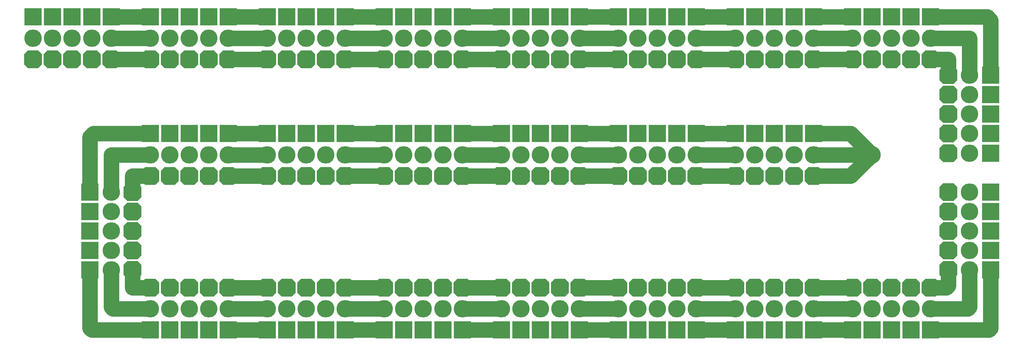
<source format=gbr>
%TF.GenerationSoftware,KiCad,Pcbnew,8.0.5*%
%TF.CreationDate,2024-12-08T15:38:18-05:00*%
%TF.ProjectId,Cribbage,43726962-6261-4676-952e-6b696361645f,rev?*%
%TF.SameCoordinates,Original*%
%TF.FileFunction,Copper,L1,Top*%
%TF.FilePolarity,Positive*%
%FSLAX46Y46*%
G04 Gerber Fmt 4.6, Leading zero omitted, Abs format (unit mm)*
G04 Created by KiCad (PCBNEW 8.0.5) date 2024-12-08 15:38:18*
%MOMM*%
%LPD*%
G01*
G04 APERTURE LIST*
G04 Aperture macros list*
%AMOutline5P*
0 Free polygon, 5 corners , with rotation*
0 The origin of the aperture is its center*
0 number of corners: always 5*
0 $1 to $10 corner X, Y*
0 $11 Rotation angle, in degrees counterclockwise*
0 create outline with 5 corners*
4,1,5,$1,$2,$3,$4,$5,$6,$7,$8,$9,$10,$1,$2,$11*%
%AMOutline6P*
0 Free polygon, 6 corners , with rotation*
0 The origin of the aperture is its center*
0 number of corners: always 6*
0 $1 to $12 corner X, Y*
0 $13 Rotation angle, in degrees counterclockwise*
0 create outline with 6 corners*
4,1,6,$1,$2,$3,$4,$5,$6,$7,$8,$9,$10,$11,$12,$1,$2,$13*%
%AMOutline7P*
0 Free polygon, 7 corners , with rotation*
0 The origin of the aperture is its center*
0 number of corners: always 7*
0 $1 to $14 corner X, Y*
0 $15 Rotation angle, in degrees counterclockwise*
0 create outline with 7 corners*
4,1,7,$1,$2,$3,$4,$5,$6,$7,$8,$9,$10,$11,$12,$13,$14,$1,$2,$15*%
%AMOutline8P*
0 Free polygon, 8 corners , with rotation*
0 The origin of the aperture is its center*
0 number of corners: always 8*
0 $1 to $16 corner X, Y*
0 $17 Rotation angle, in degrees counterclockwise*
0 create outline with 8 corners*
4,1,8,$1,$2,$3,$4,$5,$6,$7,$8,$9,$10,$11,$12,$13,$14,$15,$16,$1,$2,$17*%
G04 Aperture macros list end*
%TA.AperFunction,ComponentPad*%
%ADD10O,4.500000X4.500000*%
%TD*%
%TA.AperFunction,ComponentPad*%
%ADD11R,4.500000X4.500000*%
%TD*%
%TA.AperFunction,ComponentPad*%
%ADD12Outline8P,-2.250000X1.350000X-1.350000X2.250000X1.350000X2.250000X2.250000X1.350000X2.250000X-1.350000X1.350000X-2.250000X-1.350000X-2.250000X-2.250000X-1.350000X270.000000*%
%TD*%
%TA.AperFunction,ComponentPad*%
%ADD13Outline8P,-2.250000X1.350000X-1.350000X2.250000X1.350000X2.250000X2.250000X1.350000X2.250000X-1.350000X1.350000X-2.250000X-1.350000X-2.250000X-2.250000X-1.350000X90.000000*%
%TD*%
%TA.AperFunction,ComponentPad*%
%ADD14Outline8P,-2.250000X1.350000X-1.350000X2.250000X1.350000X2.250000X2.250000X1.350000X2.250000X-1.350000X1.350000X-2.250000X-1.350000X-2.250000X-2.250000X-1.350000X0.000000*%
%TD*%
%TA.AperFunction,ComponentPad*%
%ADD15Outline8P,-2.250000X1.350000X-1.350000X2.250000X1.350000X2.250000X2.250000X1.350000X2.250000X-1.350000X1.350000X-2.250000X-1.350000X-2.250000X-2.250000X-1.350000X180.000000*%
%TD*%
%TA.AperFunction,Conductor*%
%ADD16C,4.000000*%
%TD*%
G04 APERTURE END LIST*
D10*
%TO.P,,*%
%TO.N,*%
X240000000Y-60000000D03*
%TD*%
D11*
%TO.P,Q1,*%
%TO.N,*%
X215000000Y-54550000D03*
D10*
X215000000Y-60000000D03*
D12*
X215000000Y-65450000D03*
%TD*%
D11*
%TO.P,Q1,*%
%TO.N,*%
X210000000Y-54550000D03*
D10*
X210000000Y-60000000D03*
D12*
X210000000Y-65450000D03*
%TD*%
D11*
%TO.P,Q1,*%
%TO.N,*%
X225000000Y-54550000D03*
D10*
X225000000Y-60000000D03*
D12*
X225000000Y-65450000D03*
%TD*%
D11*
%TO.P,Q1,*%
%TO.N,*%
X205000000Y-54550000D03*
D10*
X205000000Y-60000000D03*
D12*
X205000000Y-65450000D03*
%TD*%
D11*
%TO.P,Q1,*%
%TO.N,*%
X220000000Y-54550000D03*
D10*
X220000000Y-60000000D03*
D12*
X220000000Y-65450000D03*
%TD*%
D11*
%TO.P,Q1,*%
%TO.N,*%
X185000000Y-54550000D03*
D10*
X185000000Y-60000000D03*
D12*
X185000000Y-65450000D03*
%TD*%
D11*
%TO.P,Q1,*%
%TO.N,*%
X180000000Y-54550000D03*
D10*
X180000000Y-60000000D03*
D12*
X180000000Y-65450000D03*
%TD*%
D11*
%TO.P,Q1,*%
%TO.N,*%
X195000000Y-54550000D03*
D10*
X195000000Y-60000000D03*
D12*
X195000000Y-65450000D03*
%TD*%
D11*
%TO.P,Q1,*%
%TO.N,*%
X175000000Y-54550000D03*
D10*
X175000000Y-60000000D03*
D12*
X175000000Y-65450000D03*
%TD*%
D11*
%TO.P,Q1,*%
%TO.N,*%
X190000000Y-54550000D03*
D10*
X190000000Y-60000000D03*
D12*
X190000000Y-65450000D03*
%TD*%
D11*
%TO.P,Q1,*%
%TO.N,*%
X250000000Y-105000000D03*
D10*
X250000000Y-99550000D03*
D13*
X250000000Y-94100000D03*
%TD*%
D11*
%TO.P,Q1,*%
%TO.N,*%
X235000000Y-105000000D03*
D10*
X235000000Y-99550000D03*
D13*
X235000000Y-94100000D03*
%TD*%
D11*
%TO.P,Q1,*%
%TO.N,*%
X245000000Y-105000000D03*
D10*
X245000000Y-99550000D03*
D13*
X245000000Y-94100000D03*
%TD*%
D11*
%TO.P,Q1,*%
%TO.N,*%
X255000000Y-105000000D03*
D10*
X255000000Y-99550000D03*
D13*
X255000000Y-94100000D03*
%TD*%
D11*
%TO.P,Q1,*%
%TO.N,*%
X240000000Y-105000000D03*
D10*
X240000000Y-99550000D03*
D13*
X240000000Y-94100000D03*
%TD*%
D11*
%TO.P,Q1,*%
%TO.N,*%
X220000000Y-105000000D03*
D10*
X220000000Y-99550000D03*
D13*
X220000000Y-94100000D03*
%TD*%
D11*
%TO.P,Q1,*%
%TO.N,*%
X205000000Y-105000000D03*
D10*
X205000000Y-99550000D03*
D13*
X205000000Y-94100000D03*
%TD*%
D11*
%TO.P,Q1,*%
%TO.N,*%
X215000000Y-105000000D03*
D10*
X215000000Y-99550000D03*
D13*
X215000000Y-94100000D03*
%TD*%
D11*
%TO.P,Q1,*%
%TO.N,*%
X225000000Y-105000000D03*
D10*
X225000000Y-99550000D03*
D13*
X225000000Y-94100000D03*
%TD*%
D11*
%TO.P,Q1,*%
%TO.N,*%
X210000000Y-105000000D03*
D10*
X210000000Y-99550000D03*
D13*
X210000000Y-94100000D03*
%TD*%
D11*
%TO.P,Q1,*%
%TO.N,*%
X255000000Y-24550000D03*
D10*
X255000000Y-30000000D03*
D12*
X255000000Y-35450000D03*
%TD*%
D11*
%TO.P,Q1,*%
%TO.N,*%
X245000000Y-24550000D03*
D10*
X245000000Y-30000000D03*
D12*
X245000000Y-35450000D03*
%TD*%
D11*
%TO.P,Q1,*%
%TO.N,*%
X235000000Y-24550000D03*
D10*
X235000000Y-30000000D03*
D12*
X235000000Y-35450000D03*
%TD*%
D11*
%TO.P,Q1,*%
%TO.N,*%
X240000000Y-24550000D03*
D10*
X240000000Y-30000000D03*
D12*
X240000000Y-35450000D03*
%TD*%
D11*
%TO.P,Q1,*%
%TO.N,*%
X250000000Y-24550000D03*
D10*
X250000000Y-30000000D03*
D12*
X250000000Y-35450000D03*
%TD*%
D11*
%TO.P,Q1,*%
%TO.N,*%
X225000000Y-24550000D03*
D10*
X225000000Y-30000000D03*
D12*
X225000000Y-35450000D03*
%TD*%
D11*
%TO.P,Q1,*%
%TO.N,*%
X210000000Y-24550000D03*
D10*
X210000000Y-30000000D03*
D12*
X210000000Y-35450000D03*
%TD*%
D11*
%TO.P,Q1,*%
%TO.N,*%
X205000000Y-24550000D03*
D10*
X205000000Y-30000000D03*
D12*
X205000000Y-35450000D03*
%TD*%
D11*
%TO.P,Q1,*%
%TO.N,*%
X220000000Y-24550000D03*
D10*
X220000000Y-30000000D03*
D12*
X220000000Y-35450000D03*
%TD*%
D11*
%TO.P,Q1,*%
%TO.N,*%
X215000000Y-24550000D03*
D10*
X215000000Y-30000000D03*
D12*
X215000000Y-35450000D03*
%TD*%
D11*
%TO.P,Q1,*%
%TO.N,*%
X160000000Y-54550000D03*
D10*
X160000000Y-60000000D03*
D12*
X160000000Y-65450000D03*
%TD*%
D11*
%TO.P,Q1,*%
%TO.N,*%
X150000000Y-54550000D03*
D10*
X150000000Y-60000000D03*
D12*
X150000000Y-65450000D03*
%TD*%
D11*
%TO.P,Q1,*%
%TO.N,*%
X145000000Y-54550000D03*
D10*
X145000000Y-60000000D03*
D12*
X145000000Y-65450000D03*
%TD*%
D11*
%TO.P,Q1,*%
%TO.N,*%
X155000000Y-54550000D03*
D10*
X155000000Y-60000000D03*
D12*
X155000000Y-65450000D03*
%TD*%
D11*
%TO.P,Q1,*%
%TO.N,*%
X165000000Y-54550000D03*
D10*
X165000000Y-60000000D03*
D12*
X165000000Y-65450000D03*
%TD*%
D11*
%TO.P,Q1,*%
%TO.N,*%
X130000000Y-54550000D03*
D10*
X130000000Y-60000000D03*
D12*
X130000000Y-65450000D03*
%TD*%
D11*
%TO.P,Q1,*%
%TO.N,*%
X120000000Y-54550000D03*
D10*
X120000000Y-60000000D03*
D12*
X120000000Y-65450000D03*
%TD*%
D11*
%TO.P,Q1,*%
%TO.N,*%
X115000000Y-54550000D03*
D10*
X115000000Y-60000000D03*
D12*
X115000000Y-65450000D03*
%TD*%
D11*
%TO.P,Q1,*%
%TO.N,*%
X125000000Y-54550000D03*
D10*
X125000000Y-60000000D03*
D12*
X125000000Y-65450000D03*
%TD*%
D11*
%TO.P,Q1,*%
%TO.N,*%
X135000000Y-54550000D03*
D10*
X135000000Y-60000000D03*
D12*
X135000000Y-65450000D03*
%TD*%
D11*
%TO.P,Q1,*%
%TO.N,*%
X85000000Y-54550000D03*
D10*
X85000000Y-60000000D03*
D12*
X85000000Y-65450000D03*
%TD*%
D11*
%TO.P,Q1,*%
%TO.N,*%
X95000000Y-54550000D03*
D10*
X95000000Y-60000000D03*
D12*
X95000000Y-65450000D03*
%TD*%
D11*
%TO.P,Q1,*%
%TO.N,*%
X100000000Y-54550000D03*
D10*
X100000000Y-60000000D03*
D12*
X100000000Y-65450000D03*
%TD*%
D11*
%TO.P,Q1,*%
%TO.N,*%
X105000000Y-54550000D03*
D10*
X105000000Y-60000000D03*
D12*
X105000000Y-65450000D03*
%TD*%
D11*
%TO.P,Q1,*%
%TO.N,*%
X90000000Y-54550000D03*
D10*
X90000000Y-60000000D03*
D12*
X90000000Y-65450000D03*
%TD*%
D11*
%TO.P,Q1,*%
%TO.N,*%
X55000000Y-54550000D03*
D10*
X55000000Y-60000000D03*
D12*
X55000000Y-65450000D03*
%TD*%
D11*
%TO.P,Q1,*%
%TO.N,*%
X65000000Y-54550000D03*
D10*
X65000000Y-60000000D03*
D12*
X65000000Y-65450000D03*
%TD*%
D11*
%TO.P,Q1,*%
%TO.N,*%
X70000000Y-54550000D03*
D10*
X70000000Y-60000000D03*
D12*
X70000000Y-65450000D03*
%TD*%
D11*
%TO.P,Q1,*%
%TO.N,*%
X75000000Y-54550000D03*
D10*
X75000000Y-60000000D03*
D12*
X75000000Y-65450000D03*
%TD*%
D11*
%TO.P,Q1,*%
%TO.N,*%
X60000000Y-54550000D03*
D10*
X60000000Y-60000000D03*
D12*
X60000000Y-65450000D03*
%TD*%
D11*
%TO.P,Q1,*%
%TO.N,*%
X39550000Y-69550000D03*
D10*
X45000000Y-69550000D03*
D14*
X50450000Y-69550000D03*
%TD*%
D11*
%TO.P,Q1,*%
%TO.N,*%
X39550000Y-89550000D03*
D10*
X45000000Y-89550000D03*
D14*
X50450000Y-89550000D03*
%TD*%
D11*
%TO.P,Q1,*%
%TO.N,*%
X39550000Y-84550000D03*
D10*
X45000000Y-84550000D03*
D14*
X50450000Y-84550000D03*
%TD*%
D11*
%TO.P,Q1,*%
%TO.N,*%
X39550000Y-74550000D03*
D10*
X45000000Y-74550000D03*
D14*
X50450000Y-74550000D03*
%TD*%
D11*
%TO.P,Q1,*%
%TO.N,*%
X39550000Y-79550000D03*
D10*
X45000000Y-79550000D03*
D14*
X50450000Y-79550000D03*
%TD*%
D11*
%TO.P,Q1,*%
%TO.N,*%
X65000000Y-105000000D03*
D10*
X65000000Y-99550000D03*
D13*
X65000000Y-94100000D03*
%TD*%
D11*
%TO.P,Q1,*%
%TO.N,*%
X70000000Y-105000000D03*
D10*
X70000000Y-99550000D03*
D13*
X70000000Y-94100000D03*
%TD*%
D11*
%TO.P,Q1,*%
%TO.N,*%
X55000000Y-105000000D03*
D10*
X55000000Y-99550000D03*
D13*
X55000000Y-94100000D03*
%TD*%
D11*
%TO.P,Q1,*%
%TO.N,*%
X75000000Y-105000000D03*
D10*
X75000000Y-99550000D03*
D13*
X75000000Y-94100000D03*
%TD*%
D11*
%TO.P,Q1,*%
%TO.N,*%
X60000000Y-105000000D03*
D10*
X60000000Y-99550000D03*
D13*
X60000000Y-94100000D03*
%TD*%
D11*
%TO.P,Q1,*%
%TO.N,*%
X95000000Y-105000000D03*
D10*
X95000000Y-99550000D03*
D13*
X95000000Y-94100000D03*
%TD*%
D11*
%TO.P,Q1,*%
%TO.N,*%
X100000000Y-105000000D03*
D10*
X100000000Y-99550000D03*
D13*
X100000000Y-94100000D03*
%TD*%
D11*
%TO.P,Q1,*%
%TO.N,*%
X85000000Y-105000000D03*
D10*
X85000000Y-99550000D03*
D13*
X85000000Y-94100000D03*
%TD*%
D11*
%TO.P,Q1,*%
%TO.N,*%
X105000000Y-105000000D03*
D10*
X105000000Y-99550000D03*
D13*
X105000000Y-94100000D03*
%TD*%
D11*
%TO.P,Q1,*%
%TO.N,*%
X90000000Y-105000000D03*
D10*
X90000000Y-99550000D03*
D13*
X90000000Y-94100000D03*
%TD*%
D11*
%TO.P,Q1,*%
%TO.N,*%
X125000000Y-105000000D03*
D10*
X125000000Y-99550000D03*
D13*
X125000000Y-94100000D03*
%TD*%
D11*
%TO.P,Q1,*%
%TO.N,*%
X130000000Y-105000000D03*
D10*
X130000000Y-99550000D03*
D13*
X130000000Y-94100000D03*
%TD*%
D11*
%TO.P,Q1,*%
%TO.N,*%
X115000000Y-105000000D03*
D10*
X115000000Y-99550000D03*
D13*
X115000000Y-94100000D03*
%TD*%
D11*
%TO.P,Q1,*%
%TO.N,*%
X135000000Y-105000000D03*
D10*
X135000000Y-99550000D03*
D13*
X135000000Y-94100000D03*
%TD*%
D11*
%TO.P,Q1,*%
%TO.N,*%
X120000000Y-105000000D03*
D10*
X120000000Y-99550000D03*
D13*
X120000000Y-94100000D03*
%TD*%
D11*
%TO.P,Q1,*%
%TO.N,*%
X155000000Y-105000000D03*
D10*
X155000000Y-99550000D03*
D13*
X155000000Y-94100000D03*
%TD*%
D11*
%TO.P,Q1,*%
%TO.N,*%
X160000000Y-105000000D03*
D10*
X160000000Y-99550000D03*
D13*
X160000000Y-94100000D03*
%TD*%
D11*
%TO.P,Q1,*%
%TO.N,*%
X145000000Y-105000000D03*
D10*
X145000000Y-99550000D03*
D13*
X145000000Y-94100000D03*
%TD*%
D11*
%TO.P,Q1,*%
%TO.N,*%
X165000000Y-105000000D03*
D10*
X165000000Y-99550000D03*
D13*
X165000000Y-94100000D03*
%TD*%
D11*
%TO.P,Q1,*%
%TO.N,*%
X150000000Y-105000000D03*
D10*
X150000000Y-99550000D03*
D13*
X150000000Y-94100000D03*
%TD*%
D11*
%TO.P,Q1,*%
%TO.N,*%
X270450000Y-84550000D03*
D10*
X265000000Y-84550000D03*
D15*
X259550000Y-84550000D03*
%TD*%
D11*
%TO.P,Q1,*%
%TO.N,*%
X270450000Y-89550000D03*
D10*
X265000000Y-89550000D03*
D15*
X259550000Y-89550000D03*
%TD*%
D11*
%TO.P,Q1,*%
%TO.N,*%
X270450000Y-79550000D03*
D10*
X265000000Y-79550000D03*
D15*
X259550000Y-79550000D03*
%TD*%
D11*
%TO.P,Q1,*%
%TO.N,*%
X270450000Y-74550000D03*
D10*
X265000000Y-74550000D03*
D15*
X259550000Y-74550000D03*
%TD*%
D11*
%TO.P,Q1,*%
%TO.N,*%
X270450000Y-69550000D03*
D10*
X265000000Y-69550000D03*
D15*
X259550000Y-69550000D03*
%TD*%
D11*
%TO.P,Q1,*%
%TO.N,*%
X270450000Y-59550000D03*
D10*
X265000000Y-59550000D03*
D15*
X259550000Y-59550000D03*
%TD*%
D11*
%TO.P,Q1,*%
%TO.N,*%
X270450000Y-39550000D03*
D10*
X265000000Y-39550000D03*
D15*
X259550000Y-39550000D03*
%TD*%
D11*
%TO.P,Q1,*%
%TO.N,*%
X270450000Y-49550000D03*
D10*
X265000000Y-49550000D03*
D15*
X259550000Y-49550000D03*
%TD*%
D11*
%TO.P,Q1,*%
%TO.N,*%
X270450000Y-44550000D03*
D10*
X265000000Y-44550000D03*
D15*
X259550000Y-44550000D03*
%TD*%
D11*
%TO.P,Q1,*%
%TO.N,*%
X270450000Y-54550000D03*
D10*
X265000000Y-54550000D03*
D15*
X259550000Y-54550000D03*
%TD*%
D11*
%TO.P,Q1,*%
%TO.N,*%
X185000000Y-24550000D03*
D10*
X185000000Y-30000000D03*
D12*
X185000000Y-35450000D03*
%TD*%
D11*
%TO.P,Q1,*%
%TO.N,*%
X195000000Y-24550000D03*
D10*
X195000000Y-30000000D03*
D12*
X195000000Y-35450000D03*
%TD*%
D11*
%TO.P,Q1,*%
%TO.N,*%
X190000000Y-24550000D03*
D10*
X190000000Y-30000000D03*
D12*
X190000000Y-35450000D03*
%TD*%
D11*
%TO.P,Q1,*%
%TO.N,*%
X175000000Y-24550000D03*
D10*
X175000000Y-30000000D03*
D12*
X175000000Y-35450000D03*
%TD*%
D11*
%TO.P,Q1,*%
%TO.N,*%
X180000000Y-24550000D03*
D10*
X180000000Y-30000000D03*
D12*
X180000000Y-35450000D03*
%TD*%
D11*
%TO.P,Q1,*%
%TO.N,*%
X155000000Y-24550000D03*
D10*
X155000000Y-30000000D03*
D12*
X155000000Y-35450000D03*
%TD*%
D11*
%TO.P,Q1,*%
%TO.N,*%
X165000000Y-24550000D03*
D10*
X165000000Y-30000000D03*
D12*
X165000000Y-35450000D03*
%TD*%
D11*
%TO.P,Q1,*%
%TO.N,*%
X160000000Y-24550000D03*
D10*
X160000000Y-30000000D03*
D12*
X160000000Y-35450000D03*
%TD*%
D11*
%TO.P,Q1,*%
%TO.N,*%
X145000000Y-24550000D03*
D10*
X145000000Y-30000000D03*
D12*
X145000000Y-35450000D03*
%TD*%
D11*
%TO.P,Q1,*%
%TO.N,*%
X150000000Y-24550000D03*
D10*
X150000000Y-30000000D03*
D12*
X150000000Y-35450000D03*
%TD*%
D11*
%TO.P,Q1,*%
%TO.N,*%
X125000000Y-24550000D03*
D10*
X125000000Y-30000000D03*
D12*
X125000000Y-35450000D03*
%TD*%
D11*
%TO.P,Q1,*%
%TO.N,*%
X135000000Y-24550000D03*
D10*
X135000000Y-30000000D03*
D12*
X135000000Y-35450000D03*
%TD*%
D11*
%TO.P,Q1,*%
%TO.N,*%
X130000000Y-24550000D03*
D10*
X130000000Y-30000000D03*
D12*
X130000000Y-35450000D03*
%TD*%
D11*
%TO.P,Q1,*%
%TO.N,*%
X115000000Y-24550000D03*
D10*
X115000000Y-30000000D03*
D12*
X115000000Y-35450000D03*
%TD*%
D11*
%TO.P,Q1,*%
%TO.N,*%
X120000000Y-24550000D03*
D10*
X120000000Y-30000000D03*
D12*
X120000000Y-35450000D03*
%TD*%
D11*
%TO.P,Q1,*%
%TO.N,*%
X95000000Y-24550000D03*
D10*
X95000000Y-30000000D03*
D12*
X95000000Y-35450000D03*
%TD*%
D11*
%TO.P,Q1,*%
%TO.N,*%
X105000000Y-24550000D03*
D10*
X105000000Y-30000000D03*
D12*
X105000000Y-35450000D03*
%TD*%
D11*
%TO.P,Q1,*%
%TO.N,*%
X100000000Y-24550000D03*
D10*
X100000000Y-30000000D03*
D12*
X100000000Y-35450000D03*
%TD*%
D11*
%TO.P,Q1,*%
%TO.N,*%
X85000000Y-24550000D03*
D10*
X85000000Y-30000000D03*
D12*
X85000000Y-35450000D03*
%TD*%
D11*
%TO.P,Q1,*%
%TO.N,*%
X90000000Y-24550000D03*
D10*
X90000000Y-30000000D03*
D12*
X90000000Y-35450000D03*
%TD*%
D11*
%TO.P,Q1,*%
%TO.N,*%
X65000000Y-24550000D03*
D10*
X65000000Y-30000000D03*
D12*
X65000000Y-35450000D03*
%TD*%
D11*
%TO.P,Q1,*%
%TO.N,*%
X75000000Y-24550000D03*
D10*
X75000000Y-30000000D03*
D12*
X75000000Y-35450000D03*
%TD*%
D11*
%TO.P,Q1,*%
%TO.N,*%
X70000000Y-24550000D03*
D10*
X70000000Y-30000000D03*
D12*
X70000000Y-35450000D03*
%TD*%
D11*
%TO.P,Q1,*%
%TO.N,*%
X55000000Y-24550000D03*
D10*
X55000000Y-30000000D03*
D12*
X55000000Y-35450000D03*
%TD*%
D11*
%TO.P,Q1,*%
%TO.N,*%
X60000000Y-24550000D03*
D10*
X60000000Y-30000000D03*
D12*
X60000000Y-35450000D03*
%TD*%
D11*
%TO.P,Q1,*%
%TO.N,*%
X40000000Y-24550000D03*
D10*
X40000000Y-30000000D03*
D12*
X40000000Y-35450000D03*
%TD*%
D11*
%TO.P,Q1,*%
%TO.N,*%
X30000000Y-24550000D03*
D10*
X30000000Y-30000000D03*
D12*
X30000000Y-35450000D03*
%TD*%
D11*
%TO.P,Q1,*%
%TO.N,*%
X25000000Y-24550000D03*
D10*
X25000000Y-30000000D03*
D12*
X25000000Y-35450000D03*
%TD*%
D11*
%TO.P,Q1,*%
%TO.N,*%
X35000000Y-24550000D03*
D10*
X35000000Y-30000000D03*
D12*
X35000000Y-35450000D03*
%TD*%
D11*
%TO.P,Q1,*%
%TO.N,*%
X45000000Y-24550000D03*
D10*
X45000000Y-30000000D03*
D12*
X45000000Y-35450000D03*
%TD*%
D11*
%TO.P,Q1,*%
%TO.N,*%
X195000000Y-105000000D03*
D10*
X195000000Y-99550000D03*
D13*
X195000000Y-94100000D03*
%TD*%
D11*
%TO.P,Q1,*%
%TO.N,*%
X175000000Y-105000000D03*
D10*
X175000000Y-99550000D03*
D13*
X175000000Y-94100000D03*
%TD*%
D11*
%TO.P,Q1,*%
%TO.N,*%
X180000000Y-105000000D03*
D10*
X180000000Y-99550000D03*
D13*
X180000000Y-94100000D03*
%TD*%
D11*
%TO.P,Q1,*%
%TO.N,*%
X185000000Y-105000000D03*
D10*
X185000000Y-99550000D03*
D13*
X185000000Y-94100000D03*
%TD*%
D11*
%TO.P,Q1,*%
%TO.N,*%
X190000000Y-105000000D03*
D10*
X190000000Y-99550000D03*
D13*
X190000000Y-94100000D03*
%TD*%
D16*
%TO.N,*%
X234550000Y-65450000D02*
X240000000Y-60000000D01*
X225000000Y-65450000D02*
X234550000Y-65450000D01*
X225000000Y-60000000D02*
X240000000Y-60000000D01*
X234550000Y-54550000D02*
X240000000Y-60000000D01*
X225000000Y-54550000D02*
X234550000Y-54550000D01*
X195000000Y-65450000D02*
X205000000Y-65450000D01*
X205000000Y-60000000D02*
X195000000Y-60000000D01*
X195000000Y-54550000D02*
X205000000Y-54550000D01*
X165000000Y-65450000D02*
X175000000Y-65450000D01*
X175000000Y-60000000D02*
X165000000Y-60000000D01*
X165000000Y-54550000D02*
X175000000Y-54550000D01*
X135000000Y-54550000D02*
X145000000Y-54550000D01*
X135000000Y-60000000D02*
X145000000Y-60000000D01*
X135000000Y-65450000D02*
X145000000Y-65450000D01*
X105000000Y-65450000D02*
X115000000Y-65450000D01*
X115000000Y-60000000D02*
X105000000Y-60000000D01*
X105000000Y-54550000D02*
X115000000Y-54550000D01*
X75000000Y-54550000D02*
X85000000Y-54550000D01*
X75000000Y-60000000D02*
X85000000Y-60000000D01*
X75000000Y-65450000D02*
X85000000Y-65450000D01*
X39550000Y-55450000D02*
X40450000Y-54550000D01*
X39550000Y-69550000D02*
X39550000Y-55450000D01*
X40450000Y-54550000D02*
X55000000Y-54550000D01*
X45000000Y-60000000D02*
X55000000Y-60000000D01*
X45000000Y-69550000D02*
X45000000Y-60000000D01*
X50450000Y-65450000D02*
X55000000Y-65450000D01*
X50450000Y-69550000D02*
X50450000Y-65450000D01*
X39550000Y-104550000D02*
X39550000Y-89550000D01*
X40000000Y-105000000D02*
X39550000Y-104550000D01*
X45000000Y-99100000D02*
X45000000Y-89550000D01*
X45450000Y-99550000D02*
X45000000Y-99100000D01*
X55000000Y-94100000D02*
X50450000Y-94100000D01*
X50450000Y-94100000D02*
X50450000Y-89550000D01*
X55000000Y-105000000D02*
X40000000Y-105000000D01*
X55000000Y-99550000D02*
X45450000Y-99550000D01*
X85000000Y-105000000D02*
X75000000Y-105000000D01*
X75000000Y-99550000D02*
X85000000Y-99550000D01*
X85000000Y-94100000D02*
X75000000Y-94100000D01*
X115000000Y-105000000D02*
X105000000Y-105000000D01*
X105000000Y-99550000D02*
X115000000Y-99550000D01*
X115000000Y-94100000D02*
X105000000Y-94100000D01*
X145000000Y-105000000D02*
X135000000Y-105000000D01*
X135000000Y-99550000D02*
X145000000Y-99550000D01*
X145000000Y-94100000D02*
X135000000Y-94100000D01*
X175000000Y-105000000D02*
X165000000Y-105000000D01*
X165000000Y-99550000D02*
X175000000Y-99550000D01*
X175000000Y-94100000D02*
X165000000Y-94100000D01*
X205000000Y-105000000D02*
X195000000Y-105000000D01*
X195000000Y-99550000D02*
X205000000Y-99550000D01*
X205000000Y-94100000D02*
X195000000Y-94100000D01*
X235000000Y-105000000D02*
X225000000Y-105000000D01*
X235000000Y-99550000D02*
X225000000Y-99550000D01*
X235000000Y-94100000D02*
X225000000Y-94100000D01*
X265000000Y-30000000D02*
X265000000Y-39550000D01*
X255000000Y-30000000D02*
X265000000Y-30000000D01*
X264550000Y-99550000D02*
X255000000Y-99550000D01*
X265000000Y-99100000D02*
X264550000Y-99550000D01*
X259550000Y-93650000D02*
X259100000Y-94100000D01*
X259550000Y-89550000D02*
X259550000Y-93650000D01*
X265000000Y-89550000D02*
X265000000Y-99100000D01*
X270450000Y-104550000D02*
X270000000Y-105000000D01*
X270450000Y-89550000D02*
X270450000Y-104550000D01*
X270000000Y-105000000D02*
X255000000Y-105000000D01*
X259100000Y-94100000D02*
X255000000Y-94100000D01*
X270450000Y-25450000D02*
X270450000Y-39550000D01*
X269550000Y-24550000D02*
X270450000Y-25450000D01*
X255000000Y-24550000D02*
X269550000Y-24550000D01*
X259550000Y-35450000D02*
X259550000Y-39550000D01*
X255000000Y-35450000D02*
X259550000Y-35450000D01*
X225000000Y-35450000D02*
X235000000Y-35450000D01*
X225000000Y-30000000D02*
X235000000Y-30000000D01*
X225000000Y-24550000D02*
X235000000Y-24550000D01*
X195000000Y-35450000D02*
X205000000Y-35450000D01*
X195000000Y-30000000D02*
X205000000Y-30000000D01*
X195000000Y-24550000D02*
X205000000Y-24550000D01*
X165000000Y-35450000D02*
X175000000Y-35450000D01*
X165000000Y-30000000D02*
X175000000Y-30000000D01*
X165000000Y-24550000D02*
X175000000Y-24550000D01*
X135000000Y-35450000D02*
X145000000Y-35450000D01*
X135000000Y-30000000D02*
X145000000Y-30000000D01*
X135000000Y-24550000D02*
X145000000Y-24550000D01*
X105000000Y-35450000D02*
X115000000Y-35450000D01*
X105000000Y-30000000D02*
X115000000Y-30000000D01*
X105000000Y-24550000D02*
X115000000Y-24550000D01*
X75000000Y-35450000D02*
X85000000Y-35450000D01*
X75000000Y-30000000D02*
X85000000Y-30000000D01*
X75000000Y-24550000D02*
X85000000Y-24550000D01*
X45000000Y-24550000D02*
X55000000Y-24550000D01*
X45000000Y-30000000D02*
X55000000Y-30000000D01*
X45000000Y-35450000D02*
X55000000Y-35450000D01*
%TD*%
M02*

</source>
